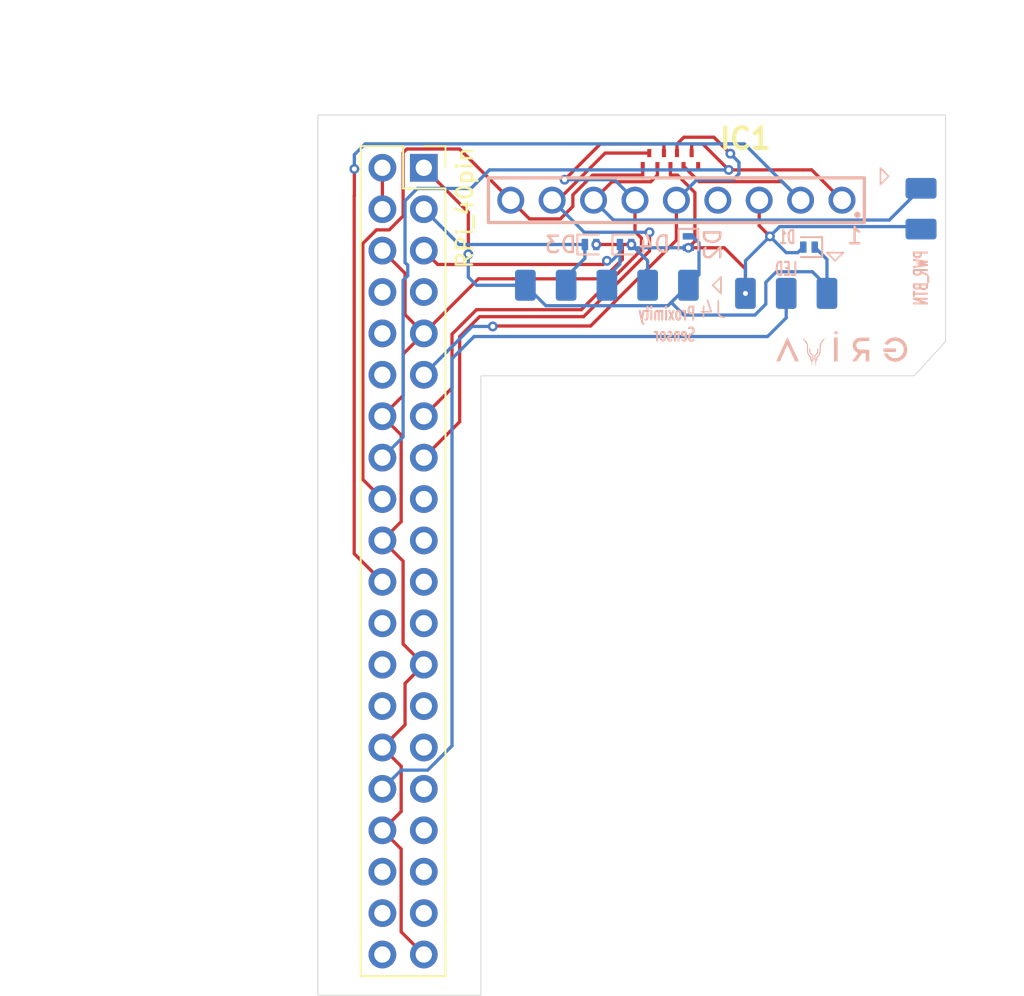
<source format=kicad_pcb>
(kicad_pcb (version 20241229) (generator "pcbnew") (generator_version "9.0")
  (layers (0 "F.Cu" signal) (2 "B.Cu" signal) (13 "F.Paste" user) (15 "B.Paste" user) (5 "F.SilkS" user "F.Silkscreen") (7 "B.SilkS" user "B.Silkscreen") (1 "F.Mask" user) (3 "B.Mask" user) (25 "Edge.Cuts" user))
  (net 0 "")
  (net 1 "5V_Power")
  (net 2 "PWM0")
  (net 3 "GND")
  (net 4 "M5_ZOOM_OUT")
  (net 6 "M4_ZOOM_IN")
  (net 7 "M3_PWR_BTN")
  (net 8 "M9_PWR_IND")
  (net 9 "M8_LED_ON")
  (net 10 "M1_WIFI_IND")
  (net 11 "M2_LED_OFF")
  (net 13 "SDA")
  (net 14 "SCL")
  (net 15 "3v3 power_1")
  (footprint "Connector_PinSocket_2.54mm:PinSocket_2x20_P2.54mm_Vertical" (layer "F.Cu") (at 133.77 65.2942)
    (property "Reference" "J1" (hide yes))
    (property "Value" "RPi_40pin" (at 2.507783 2.455983 90) (layer "F.SilkS"))
    (fp_line (start -3.87 -1.33) (end -3.87 49.59) (stroke (width 0.12)) (layer "F.SilkS"))
    (fp_line (start -3.87 -1.33) (end -1.27 -1.33) (stroke (width 0.12)) (layer "F.SilkS"))
    (fp_line (start -3.87 49.59) (end 1.33 49.59) (stroke (width 0.12)) (layer "F.SilkS"))
    (fp_line (start -1.27 -1.33) (end -1.27 1.27) (stroke (width 0.12)) (layer "F.SilkS"))
    (fp_line (start -1.27 1.27) (end 1.33 1.27) (stroke (width 0.12)) (layer "F.SilkS"))
    (fp_line (start 0 -1.33) (end 1.33 -1.33) (stroke (width 0.12)) (layer "F.SilkS"))
    (fp_line (start 1.33 -1.33) (end 1.33 0) (stroke (width 0.12)) (layer "F.SilkS"))
    (fp_line (start 1.33 1.27) (end 1.33 49.59) (stroke (width 0.12)) (layer "F.SilkS"))
    (pad "1" thru_hole rect (at 0 0) (size 1.7 1.7) (drill 1) (layers "*.Cu" "*.Mask") (net 15 "3v3 power_1"))
    (pad "2" thru_hole circle (at -2.54 0) (size 1.7 1.7) (drill 1) (layers "*.Cu" "*.Mask") (net 1 "5V_Power"))
    (pad "3" thru_hole circle (at 0 2.54) (size 1.7 1.7) (drill 1) (layers "*.Cu" "*.Mask") (net 13 "SDA"))
    (pad "4" thru_hole circle (at -2.54 2.54) (size 1.7 1.7) (drill 1) (layers "*.Cu" "*.Mask") (net 1 "5V_Power"))
    (pad "5" thru_hole circle (at 0 5.08) (size 1.7 1.7) (drill 1) (layers "*.Cu" "*.Mask") (net 14 "SCL"))
    (pad "6" thru_hole circle (at -2.54 5.08) (size 1.7 1.7) (drill 1) (layers "*.Cu" "*.Mask") (net 3 "GND"))
    (pad "7" thru_hole circle (at 0 7.62) (size 1.7 1.7) (drill 1) (layers "*.Cu" "*.Mask"))
    (pad "8" thru_hole circle (at -2.54 7.62) (size 1.7 1.7) (drill 1) (layers "*.Cu" "*.Mask"))
    (pad "9" thru_hole circle (at 0 10.16) (size 1.7 1.7) (drill 1) (layers "*.Cu" "*.Mask") (net 3 "GND"))
    (pad "10" thru_hole circle (at -2.54 10.16) (size 1.7 1.7) (drill 1) (layers "*.Cu" "*.Mask"))
    (pad "11" thru_hole circle (at 0 12.7) (size 1.7 1.7) (drill 1) (layers "*.Cu" "*.Mask") (net 4 "M5_ZOOM_OUT"))
    (pad "12" thru_hole circle (at -2.54 12.7) (size 1.7 1.7) (drill 1) (layers "*.Cu" "*.Mask"))
    (pad "13" thru_hole circle (at 0 15.24) (size 1.7 1.7) (drill 1) (layers "*.Cu" "*.Mask") (net 6 "M4_ZOOM_IN"))
    (pad "14" thru_hole circle (at -2.54 15.24) (size 1.7 1.7) (drill 1) (layers "*.Cu" "*.Mask") (net 3 "GND"))
    (pad "15" thru_hole circle (at 0 17.78) (size 1.7 1.7) (drill 1) (layers "*.Cu" "*.Mask") (net 11 "M2_LED_OFF"))
    (pad "16" thru_hole circle (at -2.54 17.78) (size 1.7 1.7) (drill 1) (layers "*.Cu" "*.Mask") (net 8 "M9_PWR_IND"))
    (pad "17" thru_hole circle (at 0 20.32) (size 1.7 1.7) (drill 1) (layers "*.Cu" "*.Mask"))
    (pad "18" thru_hole circle (at -2.54 20.32) (size 1.7 1.7) (drill 1) (layers "*.Cu" "*.Mask") (net 10 "M1_WIFI_IND"))
    (pad "19" thru_hole circle (at 0 22.86) (size 1.7 1.7) (drill 1) (layers "*.Cu" "*.Mask"))
    (pad "20" thru_hole circle (at -2.54 22.86) (size 1.7 1.7) (drill 1) (layers "*.Cu" "*.Mask") (net 3 "GND"))
    (pad "21" thru_hole circle (at 0 25.4) (size 1.7 1.7) (drill 1) (layers "*.Cu" "*.Mask"))
    (pad "22" thru_hole circle (at -2.54 25.4) (size 1.7 1.7) (drill 1) (layers "*.Cu" "*.Mask") (net 9 "M8_LED_ON"))
    (pad "23" thru_hole circle (at 0 27.94) (size 1.7 1.7) (drill 1) (layers "*.Cu" "*.Mask"))
    (pad "24" thru_hole circle (at -2.54 27.94) (size 1.7 1.7) (drill 1) (layers "*.Cu" "*.Mask"))
    (pad "25" thru_hole circle (at 0 30.48) (size 1.7 1.7) (drill 1) (layers "*.Cu" "*.Mask") (net 3 "GND"))
    (pad "26" thru_hole circle (at -2.54 30.48) (size 1.7 1.7) (drill 1) (layers "*.Cu" "*.Mask"))
    (pad "27" thru_hole circle (at 0 33.02) (size 1.7 1.7) (drill 1) (layers "*.Cu" "*.Mask"))
    (pad "28" thru_hole circle (at -2.54 33.02) (size 1.7 1.7) (drill 1) (layers "*.Cu" "*.Mask"))
    (pad "29" thru_hole circle (at 0 35.56) (size 1.7 1.7) (drill 1) (layers "*.Cu" "*.Mask"))
    (pad "30" thru_hole circle (at -2.54 35.56) (size 1.7 1.7) (drill 1) (layers "*.Cu" "*.Mask") (net 3 "GND"))
    (pad "31" thru_hole circle (at 0 38.1) (size 1.7 1.7) (drill 1) (layers "*.Cu" "*.Mask"))
    (pad "32" thru_hole circle (at -2.54 38.1) (size 1.7 1.7) (drill 1) (layers "*.Cu" "*.Mask") (net 2 "PWM0"))
    (pad "33" thru_hole circle (at 0 40.64) (size 1.7 1.7) (drill 1) (layers "*.Cu" "*.Mask"))
    (pad "34" thru_hole circle (at -2.54 40.64) (size 1.7 1.7) (drill 1) (layers "*.Cu" "*.Mask") (net 3 "GND"))
    (pad "35" thru_hole circle (at 0 43.18) (size 1.7 1.7) (drill 1) (layers "*.Cu" "*.Mask"))
    (pad "36" thru_hole circle (at -2.54 43.18) (size 1.7 1.7) (drill 1) (layers "*.Cu" "*.Mask"))
    (pad "37" thru_hole circle (at 0 45.72) (size 1.7 1.7) (drill 1) (layers "*.Cu" "*.Mask"))
    (pad "38" thru_hole circle (at -2.54 45.72) (size 1.7 1.7) (drill 1) (layers "*.Cu" "*.Mask"))
    (pad "39" thru_hole circle (at 0 48.26) (size 1.7 1.7) (drill 1) (layers "*.Cu" "*.Mask") (net 3 "GND"))
    (pad "40" thru_hole circle (at -2.54 48.26) (size 1.7 1.7) (drill 1) (layers "*.Cu" "*.Mask"))
  )
  (footprint "SC7538-08UTG:SC753808UTG" (layer "F.Cu") (at 148.8998 64.7911)
    (property "Reference" "IC1" (at 4.6002 -1.2911 0) (layer "F.SilkS") (effects (font (size 1.27 1.27) (thickness 0.254))))
    (property "Value" "SC7538-08UTG" (hide yes))
    (fp_line (start -1.7 1.1) (end -1.7 1.1) (stroke (width 0.1)) (layer "F.SilkS"))
    (fp_line (start -1.7 1.2) (end -1.7 1.2) (stroke (width 0.1)) (layer "F.SilkS"))
    (fp_arc (start -1.7 1.1) (mid -1.65 1.15) (end -1.7 1.2) (stroke (width 0.1)) (layer "F.SilkS"))
    (fp_arc (start -1.7 1.2) (mid -1.75 1.15) (end -1.7 1.1) (stroke (width 0.1)) (layer "F.SilkS"))
    (pad "1" smd rect (at -1.7 0.4) (size 0.25 0.5) (layers "F.Cu" "F.Mask" "F.Paste") (net 10 "M1_WIFI_IND"))
    (pad "2" smd rect (at -0.8 0.4) (size 0.25 0.5) (layers "F.Cu" "F.Mask" "F.Paste") (net 7 "M3_PWR_BTN"))
    (pad "3" smd rect (at 0 0.4) (size 0.25 0.5) (layers "F.Cu" "F.Mask" "F.Paste") (net 3 "GND"))
    (pad "4" smd rect (at 0.8 0.4) (size 0.25 0.5) (layers "F.Cu" "F.Mask" "F.Paste") (net 9 "M8_LED_ON"))
    (pad "5" smd rect (at 1.7 0.4) (size 0.25 0.5) (layers "F.Cu" "F.Mask" "F.Paste"))
    (pad "6" smd rect (at 1.3 -0.4) (size 0.25 0.5) (layers "F.Cu" "F.Mask" "F.Paste") (net 8 "M9_PWR_IND"))
    (pad "7" smd rect (at 0.4 -0.4) (size 0.25 0.5) (layers "F.Cu" "F.Mask" "F.Paste") (net 4 "M5_ZOOM_OUT"))
    (pad "8" smd rect (at -0.4 -0.4) (size 0.25 0.5) (layers "F.Cu" "F.Mask" "F.Paste") (net 6 "M4_ZOOM_IN"))
    (pad "9" smd rect (at -1.3 -0.4) (size 0.25 0.5) (layers "F.Cu" "F.Mask" "F.Paste") (net 11 "M2_LED_OFF"))
  )
  (footprint "Pin_Socket:logo" (layer "B.Cu") (at 159.5 76.5 180)
    (property "Reference" "G***" (hide yes))
    (property "Value" "LOGO" (hide yes))
    (fp_poly (pts (xy 0.569739 0.062154) (xy 0.569739 -0.673328) (xy 0.455791 -0.673328) (xy 0.341843 -0.673328) (xy 0.341843 0.062154) (xy 0.341843 0.797635) (xy 0.455791 0.797635) (xy 0.569739 0.797635)) (fill yes) (layer "B.SilkS"))
    (fp_poly (pts (xy 0.486796 1.174523) (xy 0.529813 1.13444) (xy 0.548977 1.086272) (xy 0.549021 1.084084) (xy 0.5311 1.036337) (xy 0.487226 1.002007) (xy 0.432233 0.987205) (xy 0.380956 0.998046) (xy 0.366704 1.008956) (xy 0.34756 1.047697) (xy 0.341843 1.087684) (xy 0.357038 1.151107) (xy 0.400309 1.185808) (xy 0.436006 1.191273)) (fill yes) (layer "B.SilkS"))
    (fp_poly (pts (xy -2.458619 0.06483) (xy -2.45785 0.001629) (xy -2.464193 -0.043939) (xy -2.476565 -0.09323) (xy -2.84974 -0.09323) (xy -2.987637 -0.092644) (xy -3.089228 -0.090631) (xy -3.15963 -0.086806) (xy -3.203961 -0.080784) (xy -3.227337 -0.072181) (xy -3.234005 -0.064332) (xy -3.239661 -0.02565) (xy -3.239366 0.032587) (xy -3.238534 0.044437) (xy -3.231974 0.124307) (xy -2.848695 0.124307) (xy -2.465416 0.124307)) (fill yes) (layer "B.SilkS"))
    (fp_poly (pts (xy 3.441434 0.782054) (xy 3.467918 0.728) (xy 3.506976 0.646437) (xy 3.556288 0.542351) (xy 3.613537 0.420724) (xy 3.676404 0.286542) (xy 3.74257 0.144789) (xy 3.809717 0.000448) (xy 3.875527 -0.141497) (xy 3.937681 -0.27606) (xy 3.993861 -0.398258) (xy 4.041748 -0.503106) (xy 4.079023 -0.585621) (xy 4.103368 -0.640819) (xy 4.112465 -0.663714) (xy 4.112479 -0.663886) (xy 4.093773 -0.669145) (xy 4.045462 -0.670719) (xy 3.997259 -0.669182) (xy 3.882039 -0.662969) (xy 3.66712 -0.18646) (xy 3.607532 -0.054751) (xy 3.552853 0.065331) (xy 3.5056 0.168326) (xy 3.468285 0.248774) (xy 3.443424 0.301214) (xy 3.434223 0.319281) (xy 3.421946 0.314933) (xy 3.397712 0.27952) (xy 3.360728 0.211516) (xy 3.310197 0.109393) (xy 3.245326 -0.028378) (xy 3.186232 -0.157228) (xy 2.95622 -0.662969) (xy 2.838212 -0.669244) (xy 2.776153 -0.669667) (xy 2.736277 -0.664328) (xy 2.727475 -0.656747) (xy 2.7492 -0.604959) (xy 2.784537 -0.525852) (xy 2.831169 -0.424244) (xy 2.886779 -0.304951) (xy 2.94905 -0.172792) (xy 3.015666 -0.032582) (xy 3.08431 0.11086) (xy 3.152664 0.252719) (xy 3.218413 0.388175) (xy 3.279239 0.512413) (xy 3.332826 0.620615) (xy 3.376856 0.707964) (xy 3.409012 0.769642) (xy 3.426979 0.800833) (xy 3.429843 0.803616)) (fill yes) (layer "B.SilkS"))
    (fp_poly (pts (xy -1.13226 0.786045) (xy -1.023686 0.781261) (xy -0.940341 0.771287) (xy -0.874141 0.754485) (xy -0.817007 0.72922) (xy -0.760855 0.693853) (xy -0.74047 0.679176) (xy -0.661411 0.59663) (xy -0.608561 0.490005) (xy -0.583422 0.368484) (xy -0.587492 0.24125) (xy -0.622273 0.117486) (xy -0.642029 0.076595) (xy -0.688594 0.007847) (xy -0.747342 -0.055942) (xy -0.80823 -0.105721) (xy -0.861214 -0.132437) (xy -0.87644 -0.134665) (xy -0.893964 -0.139219) (xy -0.897201 -0.155687) (xy -0.883937 -0.188282) (xy -0.851956 -0.241212) (xy -0.799046 -0.318691) (xy -0.725965 -0.42082) (xy -0.550706 -0.662969) (xy -0.656162 -0.669325) (xy -0.721949 -0.671187) (xy -0.77209 -0.668851) (xy -0.787101 -0.665903) (xy -0.807739 -0.646219) (xy -0.846933 -0.598874) (xy -0.899659 -0.530279) (xy -0.960894 -0.446846) (xy -0.982848 -0.416113) (xy -1.153113 -0.176101) (xy -1.265423 -0.176101) (xy -1.377733 -0.176101) (xy -1.377733 -0.424714) (xy -1.377733 -0.673328) (xy -1.49217 -0.673328) (xy -1.606607 -0.673328) (xy -1.600938 -0.315946) (xy -1.595269 0.041436) (xy -1.261716 0.051795) (xy -1.127906 0.056565) (xy -1.028953 0.062629) (xy -0.95828 0.071906) (xy -0.909315 0.086319) (xy -0.875481 0.107789) (xy -0.850204 0.138237) (xy -0.827345 0.178743) (xy -0.801135 0.265539) (xy -0.802847 0.358509) (xy -0.829656 0.445035) (xy -0.878739 0.5125) (xy -0.906618 0.532869) (xy -0.949719 0.545208) (xy -1.030963 0.55579) (xy -1.147082 0.564289) (xy -1.274144 0.569739) (xy -1.595269 0.580098) (xy -1.595269 0.683687) (xy -1.595269 0.787276) (xy -1.274144 0.787276)) (fill yes) (layer "B.SilkS"))
    (fp_poly (pts (xy -3.021868 0.791405) (xy -2.896264 0.754706) (xy -2.779132 0.688932) (xy -2.750388 0.668058) (xy -2.700949 0.624522) (xy -2.64677 0.567538) (xy -2.596144 0.507124) (xy -2.557361 0.453295) (xy -2.538713 0.416068) (xy -2.53813 0.411636) (xy -2.556251 0.393395) (xy -2.602589 0.373259) (xy -2.634779 0.363811) (xy -2.731629 0.339424) (xy -2.808396 0.423406) (xy -2.918232 0.515243) (xy -3.042899 0.571404) (xy -3.175572 0.591542) (xy -3.309427 0.575306) (xy -3.437639 0.522349) (xy -3.524115 0.459981) (xy -3.626857 0.345519) (xy -3.690305 0.218258) (xy -3.714067 0.079535) (xy -3.697751 -0.069313) (xy -3.689021 -0.102335) (xy -3.634209 -0.226637) (xy -3.552939 -0.327357) (xy -3.451587 -0.403409) (xy -3.336529 -0.45371) (xy -3.214141 -0.477172) (xy -3.090799 -0.472711) (xy -2.97288 -0.439242) (xy -2.866759 -0.375679) (xy -2.778812 -0.280936) (xy -2.764887 -0.259651) (xy -2.732548 -0.211543) (xy -2.702358 -0.187012) (xy -2.658748 -0.178034) (xy -2.603865 -0.176658) (xy -2.540524 -0.177546) (xy -2.509659 -0.183891) (xy -2.502325 -0.199962) (xy -2.507398 -0.222716) (xy -2.540637 -0.296821) (xy -2.596129 -0.38286) (xy -2.663574 -0.467133) (xy -2.732673 -0.535937) (xy -2.757374 -0.555283) (xy -2.905824 -0.637333) (xy -3.065992 -0.683912) (xy -3.230195 -0.694033) (xy -3.390749 -0.666711) (xy -3.453207 -0.644675) (xy -3.613665 -0.55861) (xy -3.742331 -0.446652) (xy -3.83772 -0.311161) (xy -3.89835 -0.154498) (xy -3.922737 0.020977) (xy -3.921755 0.100835) (xy -3.896934 0.269895) (xy -3.840306 0.415875) (xy -3.748639 0.545703) (xy -3.683454 0.611511) (xy -3.55398 0.709536) (xy -3.416171 0.771378) (xy -3.261168 0.800346) (xy -3.169821 0.80351)) (fill yes) (layer "B.SilkS"))
    (fp_poly (pts (xy 1.197568 0.698637) (xy 1.252452 0.656195) (xy 1.311095 0.596343) (xy 1.364465 0.527988) (xy 1.393984 0.479592) (xy 1.420072 0.426522) (xy 1.436232 0.379464) (xy 1.444461 0.326231) (xy 1.446758 0.254636) (xy 1.445434 0.165743) (xy 1.448138 0.004111) (xy 1.465446 -0.123006) (xy 1.498577 -0.220308) (xy 1.548751 -0.292495) (xy 1.569429 -0.31175) (xy 1.617564 -0.363067) (xy 1.641238 -0.423846) (xy 1.647063 -0.462141) (xy 1.66034 -0.53363) (xy 1.677249 -0.565297) (xy 1.693713 -0.558031) (xy 1.705656 -0.512724) (xy 1.709217 -0.448569) (xy 1.707388 -0.377222) (xy 1.698521 -0.33354) (xy 1.677548 -0.303798) (xy 1.646751 -0.279467) (xy 1.594041 -0.23079) (xy 1.553157 -0.174768) (xy 1.552324 -0.173183) (xy 1.534299 -0.118383) (xy 1.522871 -0.045683) (xy 1.519156 0.028906) (xy 1.524274 0.089372) (xy 1.532359 0.112724) (xy 1.556197 0.135355) (xy 1.573779 0.119413) (xy 1.583531 0.067495) (xy 1.584987 0.025898) (xy 1.599141 -0.081452) (xy 1.638583 -0.169874) (xy 1.699028 -0.230835) (xy 1.719528 -0.242002) (xy 1.744296 -0.255601) (xy 1.759585 -0.274895) (xy 1.767675 -0.308999) (xy 1.770843 -0.36703) (xy 1.77137 -0.449408) (xy 1.769824 -0.542349) (xy 1.764414 -0.601241) (xy 1.75398 -0.633381) (xy 1.740293 -0.645118) (xy 1.721875 -0.664713) (xy 1.712057 -0.710621) (xy 1.709217 -0.788269) (xy 1.706175 -0.858387) (xy 1.698247 -0.910741) (xy 1.688499 -0.9323) (xy 1.676887 -0.920746) (xy 1.669803 -0.871637) (xy 1.667781 -0.802068) (xy 1.665459 -0.720301) (xy 1.656739 -0.668326) (xy 1.638986 -0.634673) (xy 1.626346 -0.621533) (xy 1.594455 -0.571207) (xy 1.58491 -0.496398) (xy 1.579376 -0.433534) (xy 1.5581 -0.394658) (xy 1.533382 -0.375) (xy 1.492015 -0.335811) (xy 1.449171 -0.277372) (xy 1.435367 -0.25349) (xy 1.41535 -0.21047) (xy 1.401532 -0.164192) (xy 1.392534 -0.105322) (xy 1.386976 -0.024525) (xy 1.38348 0.087533) (xy 1.38322 0.099404) (xy 1.37774 0.237485) (xy 1.366058 0.342804) (xy 1.345236 0.423905) (xy 1.312337 0.489333) (xy 1.264423 0.547633) (xy 1.212705 0.595398) (xy 1.15657 0.649862) (xy 1.131115 0.689635) (xy 1.137876 0.711516) (xy 1.155475 0.714764)) (fill yes) (layer "B.SilkS"))
    (fp_poly (pts (xy 2.477375 0.702677) (xy 2.468583 0.672175) (xy 2.437005 0.631898) (xy 2.40296 0.60199) (xy 2.350085 0.549602) (xy 2.298654 0.479775) (xy 2.278654 0.444837) (xy 2.255146 0.393726) (xy 2.240035 0.344532) (xy 2.231532 0.285905) (xy 2.227845 0.206493) (xy 2.227161 0.118327) (xy 2.222185 -0.034491) (xy 2.205967 -0.153732) (xy 2.176573 -0.246199) (xy 2.13207 -0.31869) (xy 2.09076 -0.361305) (xy 2.04424 -0.409335) (xy 2.023884 -0.456571) (xy 2.019983 -0.509848) (xy 2.011964 -0.577662) (xy 1.990225 -0.618113) (xy 1.988772 -0.619249) (xy 1.967875 -0.655725) (xy 1.950785 -0.729209) (xy 1.941967 -0.797634) (xy 1.931873 -0.875239) (xy 1.920899 -0.919803) (xy 1.91007 -0.927322) (xy 1.909118 -0.926015) (xy 1.901994 -0.891809) (xy 1.901576 -0.831605) (xy 1.905832 -0.778673) (xy 1.912379 -0.710643) (xy 1.910312 -0.672903) (xy 1.897265 -0.654778) (xy 1.876661 -0.647052) (xy 1.855201 -0.637742) (xy 1.842311 -0.617717) (xy 1.835849 -0.57807) (xy 1.833674 -0.5099) (xy 1.833523 -0.467741) (xy 1.833523 -0.29971) (xy 1.926753 -0.21038) (xy 1.978018 -0.159053) (xy 2.0059 -0.119214) (xy 2.017512 -0.074296) (xy 2.019966 -0.007733) (xy 2.019983 0.006808) (xy 2.022634 0.081858) (xy 2.031566 0.122295) (xy 2.048252 0.13466) (xy 2.048754 0.134666) (xy 2.07349 0.116167) (xy 2.089134 0.068166) (xy 2.094136 0.0019) (xy 2.086945 -0.071388) (xy 2.080865 -0.098102) (xy 2.03822 -0.189476) (xy 1.976395 -0.263322) (xy 1.929237 -0.311917) (xy 1.905216 -0.353163) (xy 1.896629 -0.405343) (xy 1.895677 -0.454961) (xy 1.89843 -0.52396) (xy 1.908101 -0.559615) (xy 1.926753 -0.569739) (xy 1.946597 -0.558306) (xy 1.956085 -0.518942) (xy 1.95783 -0.469651) (xy 1.961086 -0.405766) (xy 1.974709 -0.368847) (xy 2.004483 -0.344674) (xy 2.009881 -0.341706) (xy 2.048018 -0.307712) (xy 2.090024 -0.250355) (xy 2.114124 -0.207171) (xy 2.137617 -0.15505) (xy 2.152551 -0.106889) (xy 2.16058 -0.05131) (xy 2.163362 0.023065) (xy 2.162579 0.125855) (xy 2.163839 0.258693) (xy 2.174264 0.360805) (xy 2.196309 0.442355) (xy 2.232428 0.513504) (xy 2.268375 0.563804) (xy 2.309314 0.60779) (xy 2.361404 0.653662) (xy 2.412663 0.691938) (xy 2.451112 0.713133) (xy 2.459082 0.714764)) (fill yes) (layer "B.SilkS"))
  )
  (footprint "Diode_SMD:D_SOD-882" (layer "B.Cu") (at 150 69.85 -90)
    (property "Reference" "D2" (at 0.15 -1.5 90) (layer "B.SilkS") (effects (justify mirror)))
    (property "Value" "PESD3V3U1UL" (hide yes))
    (fp_line (start -0.81 0.61) (end 0.5 0.61) (stroke (width 0.12)) (layer "B.SilkS"))
    (fp_line (start -0.81 0.61) (end -0.81 -0.61) (stroke (width 0.12)) (layer "B.SilkS"))
    (fp_line (start -0.81 -0.61) (end 0.5 -0.61) (stroke (width 0.12)) (layer "B.SilkS"))
    (pad "1" smd roundrect (at -0.35 0 270) (size 0.4 0.7) (layers "B.Cu" "B.Mask") (roundrect_rratio 0.125) (net 15 "3v3 power_1"))
    (pad "2" smd roundrect (at 0.35 0 270) (size 0.4 0.7) (layers "B.Cu" "B.Mask") (roundrect_rratio 0.125) (net 3 "GND"))
  )
  (footprint "Diode_SMD:D_SOD-882" (layer "B.Cu") (at 144 70)
    (property "Reference" "D3" (at -1.828709 0.005762 0) (layer "B.SilkS") (effects (justify mirror)))
    (property "Value" "PESD3V3S1UL" (hide yes))
    (fp_line (start -0.81 -0.61) (end 0.5 -0.61) (stroke (width 0.12)) (layer "B.SilkS"))
    (fp_line (start -0.81 0.61) (end -0.81 -0.61) (stroke (width 0.12)) (layer "B.SilkS"))
    (fp_line (start -0.81 0.61) (end 0.5 0.61) (stroke (width 0.12)) (layer "B.SilkS"))
    (pad "1" smd roundrect (at -0.35 0) (size 0.4 0.7) (layers "B.Cu" "B.Mask") (roundrect_rratio 0.125) (net 13 "SDA"))
    (pad "2" smd roundrect (at 0.35 0) (size 0.4 0.7) (layers "B.Cu" "B.Mask") (roundrect_rratio 0.125) (net 3 "GND"))
  )
  (footprint "Membrane_Switch:61300911121" (layer "B.Cu") (at 149.2635 67.2825 180)
    (property "Reference" "J3" (hide yes))
    (property "Value" "Membrane Button")
    (fp_line (start 11.53 1.37) (end 11.53 -1.37) (stroke (width 0.2)) (layer "B.SilkS"))
    (fp_line (start 11.53 -1.37) (end -11.53 -1.37) (stroke (width 0.2)) (layer "B.SilkS"))
    (fp_line (start -11.53 1.37) (end 11.53 1.37) (stroke (width 0.2)) (layer "B.SilkS"))
    (fp_line (start -11.53 -1.37) (end -11.53 1.37) (stroke (width 0.2)) (layer "B.SilkS"))
    (fp_circle (center -11.1 -0.9) (end -11 -0.9) (stroke (width 0.2)) (fill no) (layer "B.SilkS"))
    (pad "1" thru_hole circle (at -10.16 0 180) (size 1.65 1.65) (drill 1.1) (layers "*.Cu" "*.Mask") (net 8 "M9_PWR_IND"))
    (pad "2" thru_hole circle (at -7.62 0 180) (size 1.65 1.65) (drill 1.1) (layers "*.Cu" "*.Mask") (net 9 "M8_LED_ON"))
    (pad "3" thru_hole circle (at -5.08 0 180) (size 1.65 1.65) (drill 1.1) (layers "*.Cu" "*.Mask") (net 3 "GND"))
    (pad "4" thru_hole circle (at -2.54 0 180) (size 1.65 1.65) (drill 1.1) (layers "*.Cu" "*.Mask"))
    (pad "5" thru_hole circle (at 0 0 180) (size 1.65 1.65) (drill 1.1) (layers "*.Cu" "*.Mask") (net 4 "M5_ZOOM_OUT"))
    (pad "6" thru_hole circle (at 2.54 0 180) (size 1.65 1.65) (drill 1.1) (layers "*.Cu" "*.Mask") (net 6 "M4_ZOOM_IN"))
    (pad "7" thru_hole circle (at 5.08 0 180) (size 1.65 1.65) (drill 1.1) (layers "*.Cu" "*.Mask") (net 7 "M3_PWR_BTN"))
    (pad "8" thru_hole circle (at 7.62 0 180) (size 1.65 1.65) (drill 1.1) (layers "*.Cu" "*.Mask") (net 11 "M2_LED_OFF"))
    (pad "9" thru_hole circle (at 10.16 0 180) (size 1.65 1.65) (drill 1.1) (layers "*.Cu" "*.Mask") (net 10 "M1_WIFI_IND"))
  )
  (footprint "Library:PWR_BTN" (layer "B.Cu") (at 163.7823 67.8148 -90)
    (property "Reference" "J5" (hide yes))
    (property "Value" "PWR_BTN" (at 4.239377 -0.48775 90) (layer "B.SilkS") (effects (font (size 0.8 0.5) (thickness 0.125) (bold yes)) (justify mirror)))
    (fp_line (start -2.5 2) (end -2 1.5) (stroke (width 0.1)) (layer "B.SilkS"))
    (fp_line (start -1.5 2) (end -2.5 2) (stroke (width 0.1)) (layer "B.SilkS"))
    (fp_line (start -2 1.5) (end -1.5 2) (stroke (width 0.1)) (layer "B.SilkS"))
    (pad "1" smd roundrect (at -1.260623 -0.48775 180) (size 1.905 1.27) (layers "B.Cu" "B.Mask" "B.Paste") (roundrect_rratio 0.15) (net 7 "M3_PWR_BTN"))
    (pad "2" smd roundrect (at 1.239377 -0.48775 180) (size 1.905 1.27) (layers "B.Cu" "B.Mask" "B.Paste") (roundrect_rratio 0.15) (net 3 "GND"))
  )
  (footprint "Diode_SMD:D_SOD-882" (layer "B.Cu") (at 157.397493 70.161394 180)
    (property "Reference" "D1" (at 1.331573 0.61 0) (layer "B.SilkS") (effects (font (size 0.8 0.5) (thickness 0.125)) (justify mirror)))
    (property "Value" "PESD3V3U1UL" (hide yes))
    (fp_line (start -0.81 0.61) (end 0.5 0.61) (stroke (width 0.12)) (layer "B.SilkS"))
    (fp_line (start -0.81 0.61) (end -0.81 -0.61) (stroke (width 0.12)) (layer "B.SilkS"))
    (fp_line (start -0.81 -0.61) (end 0.5 -0.61) (stroke (width 0.12)) (layer "B.SilkS"))
    (pad "1" smd roundrect (at -0.35 0 180) (size 0.4 0.7) (layers "B.Cu" "B.Mask") (roundrect_rratio 0.125) (net 15 "3v3 power_1"))
    (pad "2" smd roundrect (at 0.35 0 180) (size 0.4 0.7) (layers "B.Cu" "B.Mask") (roundrect_rratio 0.125) (net 3 "GND"))
  )
  (footprint "Diode_SMD:D_SOD-882" (layer "B.Cu") (at 146.15 70)
    (property "Reference" "D4" (at 1.765354 -0.013956 0) (layer "B.SilkS") (effects (justify mirror)))
    (property "Value" "PESD3V3S1UL" (hide yes))
    (fp_line (start -0.81 -0.61) (end 0.5 -0.61) (stroke (width 0.12)) (layer "B.SilkS"))
    (fp_line (start -0.81 0.61) (end -0.81 -0.61) (stroke (width 0.12)) (layer "B.SilkS"))
    (fp_line (start -0.81 0.61) (end 0.5 0.61) (stroke (width 0.12)) (layer "B.SilkS"))
    (pad "1" smd roundrect (at -0.35 0) (size 0.4 0.7) (layers "B.Cu" "B.Mask") (roundrect_rratio 0.125) (net 14 "SCL"))
    (pad "2" smd roundrect (at 0.35 0) (size 0.4 0.7) (layers "B.Cu" "B.Mask") (roundrect_rratio 0.125) (net 3 "GND"))
  )
  (footprint "Library:LED 3pin" (layer "B.Cu") (at 156 73 180)
    (property "Reference" "J2" (hide yes))
    (property "Value" "LED" (at 0 1.5 0) (layer "B.SilkS") (effects (font (size 0.8 0.5) (thickness 0.125)) (justify mirror)))
    (fp_line (start -2.5 2.5) (end -3.5 2.5) (stroke (width 0.1)) (layer "B.SilkS"))
    (fp_line (start -3 2) (end -2.5 2.5) (stroke (width 0.1)) (layer "B.SilkS"))
    (fp_line (start -3.5 2.5) (end -3 2) (stroke (width 0.1)) (layer "B.SilkS"))
    (pad "1" smd roundrect (at -2.5 0 90) (size 1.905 1.27) (layers "B.Cu" "B.Mask" "B.Paste") (roundrect_rratio 0.15) (net 15 "3v3 power_1"))
    (pad "2" smd roundrect (at 0 0 90) (size 1.905 1.27) (layers "B.Cu" "B.Mask" "B.Paste") (roundrect_rratio 0.15) (net 2 "PWM0"))
    (pad "3" smd roundrect (at 2.5 0 90) (size 1.905 1.27) (layers "B.Cu" "B.Mask" "B.Paste") (roundrect_rratio 0.15) (net 3 "GND"))
  )
  (footprint "Library:Prox_5pin" (layer "B.Cu") (at 145 72.5 180)
    (property "Reference" "J4" (at -6.5 -1.5 0) (layer "B.SilkS") (effects (font (thickness 0.1)) (justify mirror)))
    (property "Value" "Proximity Sensor" (hide yes))
    (fp_line (start -6.5 0) (end -7 0.5) (stroke (width 0.1)) (layer "B.SilkS"))
    (fp_line (start -7 0.5) (end -7 -0.5) (stroke (width 0.1)) (layer "B.SilkS"))
    (fp_line (start -7 -0.5) (end -6.5 0) (stroke (width 0.1)) (layer "B.SilkS"))
    (pad "1" smd roundrect (at -5 0 90) (size 1.905 1.27) (layers "B.Cu" "B.Mask" "B.Paste") (roundrect_rratio 0.15) (net 15 "3v3 power_1"))
    (pad "2" smd roundrect (at -2.5 0 90) (size 1.905 1.27) (layers "B.Cu" "B.Mask" "B.Paste") (roundrect_rratio 0.15) (net 3 "GND"))
    (pad "3" smd roundrect (at 0 0 90) (size 1.905 1.27) (layers "B.Cu" "B.Mask" "B.Paste") (roundrect_rratio 0.15) (net 14 "SCL"))
    (pad "4" smd roundrect (at 2.5 0 90) (size 1.905 1.27) (layers "B.Cu" "B.Mask" "B.Paste") (roundrect_rratio 0.15) (net 13 "SDA"))
    (pad "5" smd roundrect (at 5 0 90) (size 1.905 1.27) (layers "B.Cu" "B.Mask" "B.Paste") (roundrect_rratio 0.15) (net 15 "3v3 power_1"))
  )
  (gr_poly (pts (xy 127.27 62.0542) (xy 165.77 62.0542) (xy 165.77 75.954202) (xy 163.860907 78.0542) (xy 137.27 78.0542) (xy 137.27 116.0542) (xy 127.27 116.0542)) (stroke (width 0.05)) (fill no) (layer "Edge.Cuts"))
  (gr_text "1" (at 160.77 70.0542 0) (layer "B.SilkS") (effects (font (size 1 1)) (justify left bottom mirror)))
  (gr_text "Proximity\nSensor" (at 150.5 76 0) (layer "B.SilkS") (effects (font (size 0.8 0.5) (thickness 0.125) (bold yes)) (justify left bottom mirror)))
  (segment (start 131.23 67.8342) (end 131.23 65.2942) (width 0.2) (layer "F.Cu") (net 1))
  (segment (start 136.85522 75.64478) (end 154.85522 75.64478) (width 0.2) (layer "B.Cu") (net 2))
  (segment (start 135.5 100.752) (end 135.5 77) (width 0.2) (layer "B.Cu") (net 2))
  (segment (start 134.009 102.243) (end 135.5 100.752) (width 0.2) (layer "B.Cu") (net 2))
  (segment (start 154.85522 75.64478) (end 156 74.5) (width 0.2) (layer "B.Cu") (net 2))
  (segment (start 132.381 102.243) (end 134.009 102.243) (width 0.2) (layer "B.Cu") (net 2))
  (segment (start 135.5 77) (end 136.85522 75.64478) (width 0.2) (layer "B.Cu") (net 2))
  (segment (start 131.23 103.394) (end 132.381 102.243) (width 0.2) (layer "B.Cu") (net 2))
  (segment (start 131.23 103.3942) (end 131.23 103.394) (width 0.2) (layer "B.Cu") (net 2))
  (segment (start 156 74.5) (end 156 73) (width 0.2) (layer "B.Cu") (net 2))
  (segment (start 132.5 76.7242) (end 132.5 79.2642) (width 0.2) (layer "F.Cu") (net 3))
  (segment (start 131.23 100.854) (end 132.381 102.005) (width 0.2) (layer "F.Cu") (net 3))
  (segment (start 153.5 71.5) (end 153.5 73) (width 0.2) (layer "F.Cu") (net 3))
  (segment (start 132.5 94.5042) (end 133.77 95.7742) (width 0.2) (layer "F.Cu") (net 3))
  (segment (start 131.8055 105.3585) (end 131.23 105.934) (width 0.2) (layer "F.Cu") (net 3))
  (segment (start 132.381 104.783) (end 131.8055 105.3585) (width 0.2) (layer "F.Cu") (net 3))
  (segment (start 131.8055 105.3585) (end 131.23 105.934) (width 0.2) (layer "F.Cu") (net 3))
  (segment (start 132.619 96.9252) (end 132.619 99.4652) (width 0.2) (layer "F.Cu") (net 3))
  (segment (start 132.619 74.3032) (end 133.77 75.4542) (width 0.2) (layer "F.Cu") (net 3))
  (segment (start 133.77 95.7742) (end 132.619 96.9252) (width 0.2) (layer "F.Cu") (net 3))
  (segment (start 145.947 70.9188) (end 144.7608 72.105) (width 0.2) (layer "F.Cu") (net 3))
  (segment (start 137.1192 72.105) (end 144.7608 72.105) (width 0.2) (layer "F.Cu") (net 3))
  (segment (start 148.8998 65.7428) (end 149.3265 65.7428) (width 0.2) (layer "F.Cu") (net 3))
  (segment (start 132.381 102.005) (end 132.381 104.783) (width 0.2) (layer "F.Cu") (net 3))
  (segment (start 131.23 105.934) (end 132.381 107.085) (width 0.2) (layer "F.Cu") (net 3))
  (segment (start 132.619 71.7632) (end 132.619 74.3032) (width 0.2) (layer "F.Cu") (net 3))
  (segment (start 132.381 87.0032) (end 131.23 88.1542) (width 0.2) (layer "F.Cu") (net 3))
  (segment (start 131.23 80.5342) (end 132.381 81.6852) (width 0.2) (layer "F.Cu") (net 3))
  (segment (start 148.8998 65.1911) (end 148.8998 65.7428) (width 0.2) (layer "F.Cu") (net 3))
  (segment (start 132.381 81.6852) (end 132.381 87.0032) (width 0.2) (layer "F.Cu") (net 3))
  (segment (start 150.4001 66.8164) (end 150.4001 69.7999) (width 0.2) (layer "F.Cu") (net 3))
  (segment (start 149.3265 65.7428) (end 150.4001 66.8164) (width 0.2) (layer "F.Cu") (net 3))
  (segment (start 154.344 68.063) (end 154.344 67.2825) (width 0.2) (layer "F.Cu") (net 3))
  (segment (start 154.344 68.8435) (end 154.344 68.063) (width 0.2) (layer "F.Cu") (net 3))
  (segment (start 132.5 79.2642) (end 131.23 80.5342) (width 0.2) (layer "F.Cu") (net 3))
  (segment (start 150 70.2) (end 152.2 70.2) (width 0.2) (layer "F.Cu") (net 3))
  (segment (start 133.77 75.4542) (end 132.5 76.7242) (width 0.2) (layer "F.Cu") (net 3))
  (segment (start 132.381 112.165) (end 133.77 113.554) (width 0.2) (layer "F.Cu") (net 3))
  (segment (start 131.9245 100.1596) (end 131.23 100.8541) (width 0.2) (layer "F.Cu") (net 3))
  (segment (start 132.381 107.085) (end 132.381 112.165) (width 0.2) (layer "F.Cu") (net 3))
  (segment (start 145.95 70.9188) (end 145.95 70) (width 0.2) (layer "F.Cu") (net 3))
  (segment (start 132.5 89.4242) (end 132.5 94.5042) (width 0.2) (layer "F.Cu") (net 3))
  (segment (start 152.2 70.2) (end 153.5 71.5) (width 0.2) (layer "F.Cu") (net 3))
  (segment (start 131.23 105.934) (end 131.23 105.9342) (width 0.2) (layer "F.Cu") (net 3))
  (segment (start 133.77 75.4542) (end 137.1192 72.105) (width 0.2) (layer "F.Cu") (net 3))
  (segment (start 131.9245 100.1596) (end 131.23 100.854) (width 0.2) (layer "F.Cu") (net 3))
  (segment (start 131.23 88.1542) (end 132.5 89.4242) (width 0.2) (layer "F.Cu") (net 3))
  (segment (start 155 69.5) (end 154.344 68.8435) (width 0.2) (layer "F.Cu") (net 3))
  (segment (start 145.95 70.9188) (end 145.947 70.9188) (width 0.2) (layer "F.Cu") (net 3))
  (segment (start 133.77 113.5542) (end 133.77 113.554) (width 0.2) (layer "F.Cu") (net 3))
  (segment (start 154.3435 68.0625) (end 154.3435 67.2825) (width 0.2) (layer "F.Cu") (net 3))
  (segment (start 145.95 70) (end 144.35 70) (width 0.2) (layer "F.Cu") (net 3))
  (segment (start 150.4001 69.7999) (end 150 70.2) (width 0.2) (layer "F.Cu") (net 3))
  (segment (start 131.23 100.8541) (end 131.23 100.8542) (width 0.2) (layer "F.Cu") (net 3))
  (segment (start 132.619 99.4652) (end 131.9245 100.1596) (width 0.2) (layer "F.Cu") (net 3))
  (segment (start 131.23 70.3742) (end 132.619 71.7632) (width 0.2) (layer "F.Cu") (net 3))
  (segment (start 154.344 68.063) (end 154.3435 68.0625) (width 0.2) (layer "F.Cu") (net 3))
  (segment (start 146.5 70) (end 145.95 70) (width 0.2) (layer "F.Cu") (net 3))
  (via (at 144.35 70) (size 0.6) (drill 0.3) (layers "F.Cu" "B.Cu") (net 3))
  (via (at 150 70.2) (size 0.6) (drill 0.3) (layers "F.Cu" "B.Cu") (net 3))
  (via (at 153.5 73) (size 0.6) (drill 0.3) (layers "F.Cu" "B.Cu") (net 3))
  (via (at 146.5 70) (size 0.6) (drill 0.3) (layers "F.Cu" "B.Cu") (net 3))
  (via (at 155 69.5) (size 0.6) (drill 0.3) (layers "F.Cu" "B.Cu") (net 3))
  (segment (start 155.599 68.901) (end 155 69.5) (width 0.2) (layer "B.Cu") (net 3))
  (segment (start 147.5 71) (end 146.5 70) (width 0.2) (layer "B.Cu") (net 3))
  (segment (start 156.708887 70.5) (end 157.047493 70.161394) (width 0.2) (layer "B.Cu") (net 3))
  (segment (start 147.5 72.5) (end 147.5 71) (width 0.2) (layer "B.Cu") (net 3))
  (segment (start 164.117 68.901) (end 155.599 68.901) (width 0.2) (layer "B.Cu") (net 3))
  (segment (start 153.5 71) (end 155 69.5) (width 0.2) (layer "B.Cu") (net 3))
  (segment (start 155 69.5) (end 156 70.5) (width 0.2) (layer "B.Cu") (net 3))
  (segment (start 146.7 70.2) (end 146.5 70) (width 0.2) (layer "B.Cu") (net 3))
  (segment (start 150 70.2) (end 146.7 70.2) (width 0.2) (layer "B.Cu") (net 3))
  (segment (start 164.27 69.0542) (end 164.117 68.901) (width 0.2) (layer "B.Cu") (net 3))
  (segment (start 153.5 73) (end 153.5 71) (width 0.2) (layer "B.Cu") (net 3))
  (segment (start 144.35 70) (end 144.5 70) (width 0.2) (layer "B.Cu") (net 3))
  (segment (start 156 70.5) (end 156.708887 70.5) (width 0.2) (layer "B.Cu") (net 3))
  (segment (start 149.2635 67.2825) (end 149.2635 69.7365) (width 0.2) (layer "F.Cu") (net 4))
  (segment (start 149.2635 69.7365) (end 144 75) (width 0.2) (layer "F.Cu") (net 4))
  (segment (start 138.027384 75) (end 138 75.027384) (width 0.2) (layer "F.Cu") (net 4))
  (segment (start 152.5727 64.4278) (end 151.5646 63.4197) (width 0.2) (layer "F.Cu") (net 4))
  (segment (start 149.2998 64.3911) (end 149.2998 63.8394) (width 0.2) (layer "F.Cu") (net 4))
  (segment (start 151.5646 63.4197) (end 149.7195 63.4197) (width 0.2) (layer "F.Cu") (net 4))
  (segment (start 144 75) (end 138.027384 75) (width 0.2) (layer "F.Cu") (net 4))
  (segment (start 149.7195 63.4197) (end 149.2998 63.8394) (width 0.2) (layer "F.Cu") (net 4))
  (via (at 152.5727 64.4278) (size 0.6) (drill 0.3) (layers "F.Cu" "B.Cu") (net 4))
  (via (at 138 75.027384) (size 0.6) (drill 0.3) (layers "F.Cu" "B.Cu") (net 4))
  (segment (start 150.5209 66.0251) (end 152.7461 66.0251) (width 0.2) (layer "B.Cu") (net 4))
  (segment (start 138 75.027384) (end 136.736816 75.027384) (width 0.2) (layer "B.Cu") (net 4))
  (segment (start 136.736816 75.027384) (end 133.77 77.9942) (width 0.2) (layer "B.Cu") (net 4))
  (segment (start 153.1036 65.6676) (end 153.1036 64.9587) (width 0.2) (layer "B.Cu") (net 4))
  (segment (start 149.2635 67.2825) (end 150.5209 66.0251) (width 0.2) (layer "B.Cu") (net 4))
  (segment (start 152.7461 66.0251) (end 153.1036 65.6676) (width 0.2) (layer "B.Cu") (net 4))
  (segment (start 153.1036 64.9587) (end 152.5727 64.4278) (width 0.2) (layer "B.Cu") (net 4))
  (segment (start 145.2233 72.2216) (end 147.1211 70.3238) (width 0.2) (layer "F.Cu") (net 6))
  (segment (start 147.1211 69.6068) (end 146.7235 69.2092) (width 0.2) (layer "F.Cu") (net 6))
  (segment (start 135.5 75.5) (end 137 74) (width 0.2) (layer "F.Cu") (net 6))
  (segment (start 144.593 63.8394) (end 148.4998 63.8394) (width 0.2) (layer "F.Cu") (net 6))
  (segment (start 142.4071 66.0253) (end 144.593 63.8394) (width 0.2) (layer "F.Cu") (net 6))
  (segment (start 135.5 78.8042) (end 135.5 75.5) (width 0.2) (layer "F.Cu") (net 6))
  (segment (start 143.4329 74) (end 145.2113 72.2216) (width 0.2) (layer "F.Cu") (net 6))
  (segment (start 137 74) (end 143.4329 74) (width 0.2) (layer "F.Cu") (net 6))
  (segment (start 146.7235 69.2092) (end 146.7235 67.2825) (width 0.2) (layer "F.Cu") (net 6))
  (segment (start 133.77 80.5342) (end 135.5 78.8042) (width 0.2) (layer "F.Cu") (net 6))
  (segment (start 147.1211 70.3238) (end 147.1211 69.6068) (width 0.2) (layer "F.Cu") (net 6))
  (segment (start 148.4998 64.3911) (end 148.4998 63.8394) (width 0.2) (layer "F.Cu") (net 6))
  (segment (start 145.2113 72.2216) (end 145.2233 72.2216) (width 0.2) (layer "F.Cu") (net 6))
  (via (at 142.4071 66.0253) (size 0.6) (drill 0.3) (layers "F.Cu" "B.Cu") (net 6))
  (segment (start 145.4663 66.0253) (end 142.4071 66.0253) (width 0.2) (layer "B.Cu") (net 6))
  (segment (start 146.7235 67.2825) (end 145.4663 66.0253) (width 0.2) (layer "B.Cu") (net 6))
  (segment (start 144.1835 67.2825) (end 145.3158 66.1502) (width 0.2) (layer "F.Cu") (net 7))
  (segment (start 145.3158 66.1502) (end 147.6924 66.1502) (width 0.2) (layer "F.Cu") (net 7))
  (segment (start 147.6924 66.1502) (end 148.0998 65.7428) (width 0.2) (layer "F.Cu") (net 7))
  (segment (start 148.0998 65.1911) (end 148.0998 65.7428) (width 0.2) (layer "F.Cu") (net 7))
  (segment (start 144.7925 67.8912) (end 144.7922 67.8912) (width 0.2) (layer "B.Cu") (net 7))
  (segment (start 144.7925 67.8912) (end 144.184 67.2825) (width 0.2) (layer "B.Cu") (net 7))
  (segment (start 145.401 68.5) (end 144.7925 67.8912) (width 0.2) (layer "B.Cu") (net 7))
  (segment (start 162.324 68.5) (end 145.401 68.5) (width 0.2) (layer "B.Cu") (net 7))
  (segment (start 144.7922 67.8912) (end 144.1835 67.2825) (width 0.2) (layer "B.Cu") (net 7))
  (segment (start 164.27 66.5542) (end 162.324 68.5) (width 0.2) (layer "B.Cu") (net 7))
  (segment (start 157.5643 65.4233) (end 152.4745 65.4233) (width 0.2) (layer "F.Cu") (net 8))
  (segment (start 150.1998 64.3911) (end 150.1998 63.8394) (width 0.2) (layer "F.Cu") (net 8))
  (segment (start 150.8906 63.8394) (end 150.1998 63.8394) (width 0.2) (layer "F.Cu") (net 8))
  (segment (start 159.4235 67.2825) (end 157.5643 65.4233) (width 0.2) (layer "F.Cu") (net 8))
  (segment (start 152.4745 65.4233) (end 150.8906 63.8394) (width 0.2) (layer "F.Cu") (net 8))
  (via (at 152.4745 65.4233) (size 0.6) (drill 0.3) (layers "F.Cu" "B.Cu") (net 8))
  (segment (start 132.7846 71.2717) (end 132.7846 71.9136) (width 0.2) (layer "B.Cu") (net 8))
  (segment (start 137.798 65.4233) (end 136.6589 66.5624) (width 0.2) (layer "B.Cu") (net 8))
  (segment (start 152.4745 65.4233) (end 137.798 65.4233) (width 0.2) (layer "B.Cu") (net 8))
  (segment (start 136.6589 66.5624) (end 133.3759 66.5624) (width 0.2) (layer "B.Cu") (net 8))
  (segment (start 132.6183 67.32) (end 132.6183 71.1054) (width 0.2) (layer "B.Cu") (net 8))
  (segment (start 132.7846 71.9136) (end 132.5 72.1982) (width 0.2) (layer "B.Cu") (net 8))
  (segment (start 132.5 72.1982) (end 132.5 81.8042) (width 0.2) (layer "B.Cu") (net 8))
  (segment (start 132.6183 71.1054) (end 132.7846 71.2717) (width 0.2) (layer "B.Cu") (net 8))
  (segment (start 133.3759 66.5624) (end 132.6183 67.32) (width 0.2) (layer "B.Cu") (net 8))
  (segment (start 132.5 81.8042) (end 131.23 83.0742) (width 0.2) (layer "B.Cu") (net 8))
  (segment (start 129.5 67.0182) (end 129.5 88.9642) (width 0.2) (layer "F.Cu") (net 9))
  (segment (start 129.5 88.9642) (end 131.23 90.6942) (width 0.2) (layer "F.Cu") (net 9))
  (segment (start 150.6532 66.1445) (end 155.7455 66.1445) (width 0.2) (layer "F.Cu") (net 9))
  (segment (start 129.508816 67.009384) (end 129.5 67.0182) (width 0.2) (layer "F.Cu") (net 9))
  (segment (start 149.6998 65.1911) (end 150.6532 66.1445) (width 0.2) (layer "F.Cu") (net 9))
  (segment (start 129.508816 65.365383) (end 129.508816 67.009384) (width 0.2) (layer "F.Cu") (net 9))
  (segment (start 155.7455 66.1445) (end 156.8835 67.2825) (width 0.2) (layer "F.Cu") (net 9))
  (via (at 129.508816 65.365383) (size 0.6) (drill 0.3) (layers "F.Cu" "B.Cu") (net 9))
  (segment (start 153.4271 63.8261) (end 156.8835 67.2825) (width 0.2) (layer "B.Cu") (net 9))
  (segment (start 130.1739 63.8261) (end 153.4271 63.8261) (width 0.2) (layer "B.Cu") (net 9))
  (segment (start 129.508816 65.365383) (end 129.508816 64.491184) (width 0.2) (layer "B.Cu") (net 9))
  (segment (start 129.508816 64.491184) (end 130.1739 63.8261) (width 0.2) (layer "B.Cu") (net 9))
  (segment (start 135.9635 64.1425) (end 132.7257 64.1425) (width 0.2) (layer "F.Cu") (net 10))
  (segment (start 144.1298 65.7428) (end 142.9135 66.9591) (width 0.2) (layer "F.Cu") (net 10))
  (segment (start 139.1035 67.2825) (end 135.9635 64.1425) (width 0.2) (layer "F.Cu") (net 10))
  (segment (start 130.0322 69.9361) (end 130.0322 84.4164) (width 0.2) (layer "F.Cu") (net 10))
  (segment (start 142.1461 68.4287) (end 140.2497 68.4287) (width 0.2) (layer "F.Cu") (net 10))
  (segment (start 147.1998 65.1911) (end 147.1998 65.7428) (width 0.2) (layer "F.Cu") (net 10))
  (segment (start 142.9135 67.6613) (end 142.1461 68.4287) (width 0.2) (layer "F.Cu") (net 10))
  (segment (start 147.1998 65.7428) (end 144.1298 65.7428) (width 0.2) (layer "F.Cu") (net 10))
  (segment (start 132.5 64.3682) (end 132.5 68.2526) (width 0.2) (layer "F.Cu") (net 10))
  (segment (start 140.2497 68.4287) (end 139.1035 67.2825) (width 0.2) (layer "F.Cu") (net 10))
  (segment (start 130.8641 69.1042) (end 130.0322 69.9361) (width 0.2) (layer "F.Cu") (net 10))
  (segment (start 130.0322 84.4164) (end 131.23 85.6142) (width 0.2) (layer "F.Cu") (net 10))
  (segment (start 132.7257 64.1425) (end 132.5 64.3682) (width 0.2) (layer "F.Cu") (net 10))
  (segment (start 132.5 68.2526) (end 131.6484 69.1042) (width 0.2) (layer "F.Cu") (net 10))
  (segment (start 142.9135 66.9591) (end 142.9135 67.6613) (width 0.2) (layer "F.Cu") (net 10))
  (segment (start 131.6484 69.1042) (end 130.8641 69.1042) (width 0.2) (layer "F.Cu") (net 10))
  (segment (start 143.572616 74.427384) (end 145.3519 72.6481) (width 0.2) (layer "F.Cu") (net 11))
  (segment (start 137.190572 74.427384) (end 143.572616 74.427384) (width 0.2) (layer "F.Cu") (net 11))
  (segment (start 147.6151 70.3978) (end 147.6151 69.25) (width 0.2) (layer "F.Cu") (net 11))
  (segment (start 133.77 83.0742) (end 135.969472 80.874728) (width 0.2) (layer "F.Cu") (net 11))
  (segment (start 135.969472 80.874728) (end 135.969472 75.648484) (width 0.2) (layer "F.Cu") (net 11))
  (segment (start 145.3648 72.6481) (end 147.6151 70.3978) (width 0.2) (layer "F.Cu") (net 11))
  (segment (start 145.3519 72.6481) (end 145.3648 72.6481) (width 0.2) (layer "F.Cu") (net 11))
  (segment (start 144.8922 64.3911) (end 147.5998 64.3911) (width 0.2) (layer "F.Cu") (net 11))
  (segment (start 141.6435 67.2825) (end 142.0008 67.2825) (width 0.2) (layer "F.Cu") (net 11))
  (segment (start 142.0008 67.2825) (end 144.8922 64.3911) (width 0.2) (layer "F.Cu") (net 11))
  (segment (start 135.969472 75.648484) (end 137.190572 74.427384) (width 0.2) (layer "F.Cu") (net 11))
  (via (at 147.6151 69.25) (size 0.6) (drill 0.3) (layers "F.Cu" "B.Cu") (net 11))
  (segment (start 141.6435 67.2825) (end 143.611 69.25) (width 0.2) (layer "B.Cu") (net 11))
  (segment (start 143.611 69.25) (end 147.6151 69.25) (width 0.2) (layer "B.Cu") (net 11))
  (segment (start 143.65 70.85) (end 143.65 70) (width 0.2) (layer "B.Cu") (net 13))
  (segment (start 143.65 70) (end 135.936 70) (width 0.2) (layer "B.Cu") (net 13))
  (segment (start 142.5 72.5) (end 142.5 72) (width 0.2) (layer "B.Cu") (net 13))
  (segment (start 142.5 72) (end 143.65 70.85) (width 0.2) (layer "B.Cu") (net 13))
  (segment (start 135.936 70) (end 133.77 67.8342) (width 0.2) (layer "B.Cu") (net 13))
  (segment (start 133.77 70.3742) (end 134.62 71.2242) (width 0.2) (layer "F.Cu") (net 14))
  (segment (start 134.62 71.2242) (end 144.776 71.2242) (width 0.2) (layer "F.Cu") (net 14))
  (segment (start 144.776 71.2242) (end 145 71) (width 0.2) (layer "F.Cu") (net 14))
  (via (at 145 71) (size 0.6) (drill 0.3) (layers "F.Cu" "B.Cu") (net 14))
  (segment (start 145 72) (end 145.8 71.2) (width 0.2) (layer "B.Cu") (net 14))
  (segment (start 145.3 71) (end 145.8 70.5) (width 0.2) (layer "B.Cu") (net 14))
  (segment (start 145 72.5) (end 145 72) (width 0.2) (layer "B.Cu") (net 14))
  (segment (start 145 71) (end 145.3 71) (width 0.2) (layer "B.Cu") (net 14))
  (segment (start 145.8 71.2) (end 145.8 70.5) (width 0.2) (layer "B.Cu") (net 14))
  (segment (start 145.8 70.5) (end 145.8 70) (width 0.2) (layer "B.Cu") (net 14))
  (segment (start 133.77 65.2942) (end 136.5 68.0242) (width 0.2) (layer "F.Cu") (net 15))
  (segment (start 136.5 68.0242) (end 136.5 70.6) (width 0.2) (layer "F.Cu") (net 15))
  (via (at 136.5 70.6) (size 0.6) (drill 0.3) (layers "F.Cu" "B.Cu") (net 15))
  (segment (start 137 72.5) (end 140 72.5) (width 0.2) (layer "B.Cu") (net 15))
  (segment (start 150 69.5) (end 150.248 69.5) (width 0.2) (layer "B.Cu") (net 15))
  (segment (start 136.5 72) (end 137 72.5) (width 0.2) (layer "B.Cu") (net 15))
  (segment (start 149.7225 74.3293) (end 148.9464 73.5532) (width 0.2) (layer "B.Cu") (net 15))
  (segment (start 158.5 70.913901) (end 157.747493 70.161394) (width 0.2) (layer "B.Cu") (net 15))
  (segment (start 158.5 72.5663) (end 157.6042 71.6705) (width 0.2) (layer "B.Cu") (net 15))
  (segment (start 148.9464 73.5532) (end 150 72.5) (width 0.2) (layer "B.Cu") (net 15))
  (segment (start 154.0773 74.3293) (end 149.7225 74.3293) (width 0.2) (layer "B.Cu") (net 15))
  (segment (start 150.651 69.9032) (end 150.651 71.849) (width 0.2) (layer "B.Cu") (net 15))
  (segment (start 154.75 73.6566) (end 154.0773 74.3293) (width 0.2) (layer "B.Cu") (net 15))
  (segment (start 148.746 73.7535) (end 148.9464 73.5532) (width 0.2) (layer "B.Cu") (net 15))
  (segment (start 150.248 69.5) (end 150.651 69.9032) (width 0.2) (layer "B.Cu") (net 15))
  (segment (start 136.5 70.6) (end 136.5 72) (width 0.2) (layer "B.Cu") (net 15))
  (segment (start 154.75 72.3183) (end 154.75 73.6566) (width 0.2) (layer "B.Cu") (net 15))
  (segment (start 158.5 73) (end 158.5 72.5663) (width 0.2) (layer "B.Cu") (net 15))
  (segment (start 141.254 73.7535) (end 148.746 73.7535) (width 0.2) (layer "B.Cu") (net 15))
  (segment (start 158.5 73) (end 158.5 70.913901) (width 0.2) (layer "B.Cu") (net 15))
  (segment (start 150.651 71.849) (end 150 72.5) (width 0.2) (layer "B.Cu") (net 15))
  (segment (start 155.3978 71.6705) (end 154.75 72.3183) (width 0.2) (layer "B.Cu") (net 15))
  (segment (start 140 72.5) (end 141.254 73.7535) (width 0.2) (layer "B.Cu") (net 15))
  (segment (start 157.6042 71.6705) (end 155.3978 71.6705) (width 0.2) (layer "B.Cu") (net 15))
)
</source>
